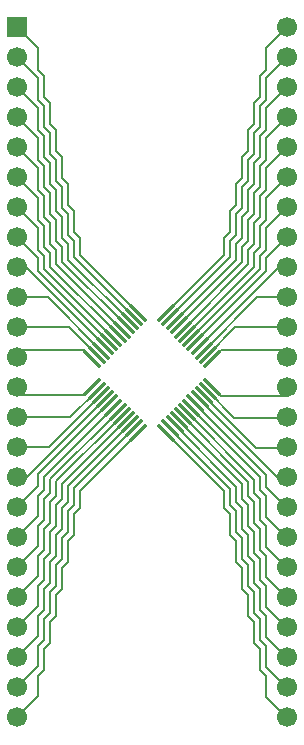
<source format=gtl>
G04 #@! TF.GenerationSoftware,KiCad,Pcbnew,9.0.6*
G04 #@! TF.CreationDate,2026-01-08T14:50:14-06:00*
G04 #@! TF.ProjectId,QFP-48_7x7_P0.5,5146502d-3438-45f3-9778-375f50302e35,rev?*
G04 #@! TF.SameCoordinates,Original*
G04 #@! TF.FileFunction,Copper,L1,Top*
G04 #@! TF.FilePolarity,Positive*
%FSLAX46Y46*%
G04 Gerber Fmt 4.6, Leading zero omitted, Abs format (unit mm)*
G04 Created by KiCad (PCBNEW 9.0.6) date 2026-01-08 14:50:14*
%MOMM*%
%LPD*%
G01*
G04 APERTURE LIST*
G04 Aperture macros list*
%AMRoundRect*
0 Rectangle with rounded corners*
0 $1 Rounding radius*
0 $2 $3 $4 $5 $6 $7 $8 $9 X,Y pos of 4 corners*
0 Add a 4 corners polygon primitive as box body*
4,1,4,$2,$3,$4,$5,$6,$7,$8,$9,$2,$3,0*
0 Add four circle primitives for the rounded corners*
1,1,$1+$1,$2,$3*
1,1,$1+$1,$4,$5*
1,1,$1+$1,$6,$7*
1,1,$1+$1,$8,$9*
0 Add four rect primitives between the rounded corners*
20,1,$1+$1,$2,$3,$4,$5,0*
20,1,$1+$1,$4,$5,$6,$7,0*
20,1,$1+$1,$6,$7,$8,$9,0*
20,1,$1+$1,$8,$9,$2,$3,0*%
G04 Aperture macros list end*
G04 #@! TA.AperFunction,ComponentPad*
%ADD10R,1.700000X1.700000*%
G04 #@! TD*
G04 #@! TA.AperFunction,ComponentPad*
%ADD11C,1.700000*%
G04 #@! TD*
G04 #@! TA.AperFunction,SMDPad,CuDef*
%ADD12RoundRect,0.075000X-0.707107X-0.601041X-0.601041X-0.707107X0.707107X0.601041X0.601041X0.707107X0*%
G04 #@! TD*
G04 #@! TA.AperFunction,SMDPad,CuDef*
%ADD13RoundRect,0.075000X-0.707107X0.601041X0.601041X-0.707107X0.707107X-0.601041X-0.601041X0.707107X0*%
G04 #@! TD*
G04 #@! TA.AperFunction,Conductor*
%ADD14C,0.200000*%
G04 #@! TD*
G04 APERTURE END LIST*
D10*
X127000000Y-91392144D03*
D11*
X127000000Y-93932144D03*
X127000000Y-96472144D03*
X127000000Y-99012144D03*
X127000000Y-101552144D03*
X127000000Y-104092144D03*
X127000000Y-106632144D03*
X127000000Y-109172144D03*
X127000000Y-111712144D03*
X127000000Y-114252144D03*
X127000000Y-116792144D03*
X127000000Y-119332144D03*
X127000000Y-121872144D03*
X127000000Y-124412144D03*
X127000000Y-126952144D03*
X127000000Y-129492144D03*
X127000000Y-132032144D03*
X127000000Y-134572144D03*
X127000000Y-137112144D03*
X127000000Y-139652144D03*
X127000000Y-142192144D03*
X127000000Y-144732144D03*
X127000000Y-147272144D03*
X127000000Y-149812144D03*
X149860000Y-91392144D03*
X149860000Y-93932144D03*
X149860000Y-96472144D03*
X149860000Y-99012144D03*
X149860000Y-101552144D03*
X149860000Y-104092144D03*
X149860000Y-106632144D03*
X149860000Y-109172144D03*
X149860000Y-111712144D03*
X149860000Y-114252144D03*
X149860000Y-116792144D03*
X149860000Y-119332144D03*
X149860000Y-121872144D03*
X149860000Y-124412144D03*
X149860000Y-126952144D03*
X149860000Y-129492144D03*
X149860000Y-132032144D03*
X149860000Y-134572144D03*
X149860000Y-137112144D03*
X149860000Y-139652144D03*
X149860000Y-142192144D03*
X149860000Y-144732144D03*
X149860000Y-147272144D03*
X149860000Y-149812144D03*
D12*
X135133115Y-123593332D03*
X134779561Y-123239779D03*
X136193774Y-124653991D03*
X134426009Y-122886226D03*
X135486668Y-123946885D03*
X136547328Y-125007546D03*
X133365348Y-121825565D03*
X133718901Y-122179118D03*
X134072454Y-122532672D03*
X136900882Y-125361099D03*
X135840221Y-124300439D03*
X137254435Y-125714652D03*
X142080439Y-118060221D03*
X139605565Y-115585348D03*
X143141099Y-119120882D03*
X141373332Y-117353115D03*
X143494652Y-119474435D03*
X142787546Y-118767328D03*
X142433991Y-118413774D03*
X141019779Y-116999561D03*
X141726885Y-117706668D03*
X140666226Y-116646009D03*
X140312672Y-116292454D03*
X139959118Y-115938901D03*
D13*
X137254435Y-115585348D03*
X136900882Y-115938901D03*
X136547328Y-116292454D03*
X136193774Y-116646009D03*
X135840221Y-116999561D03*
X135486668Y-117353115D03*
X135133115Y-117706668D03*
X134779561Y-118060221D03*
X134426009Y-118413774D03*
X134072454Y-118767328D03*
X133718901Y-119120882D03*
X133365348Y-119474435D03*
X139605565Y-125714652D03*
X139959118Y-125361099D03*
X140312672Y-125007546D03*
X140666226Y-124653991D03*
X141019779Y-124300439D03*
X141373332Y-123946885D03*
X141726885Y-123593332D03*
X142080439Y-123239779D03*
X142433991Y-122886226D03*
X142787546Y-122532672D03*
X143141099Y-122179118D03*
X143494652Y-121825565D03*
D14*
X147066000Y-141779856D02*
X147066000Y-143557856D01*
X146050000Y-137207856D02*
X146050000Y-138985856D01*
X147066000Y-143557856D02*
X147574000Y-144065856D01*
X145542000Y-136699856D02*
X146050000Y-137207856D01*
X148082000Y-148082000D02*
X149860000Y-149860000D01*
X146050000Y-138985856D02*
X146558000Y-139493856D01*
X148082000Y-146351856D02*
X148082000Y-148082000D01*
X147574000Y-144065856D02*
X147574000Y-145843856D01*
X146558000Y-139493856D02*
X146558000Y-141271856D01*
X145542000Y-134921856D02*
X145542000Y-136699856D01*
X147574000Y-145843856D02*
X148082000Y-146351856D01*
X146558000Y-141271856D02*
X147066000Y-141779856D01*
X145034000Y-134413856D02*
X145542000Y-134921856D01*
X147066000Y-135937856D02*
X147574000Y-136445856D01*
X147574000Y-140763856D02*
X148082000Y-141271856D01*
X146050000Y-133905856D02*
X146558000Y-134413856D01*
X148082000Y-138731856D02*
X148082000Y-140462000D01*
X147574000Y-138223856D02*
X148082000Y-138731856D01*
X147066000Y-134159856D02*
X147066000Y-135937856D01*
X146558000Y-133651856D02*
X147066000Y-134159856D01*
X146050000Y-131365856D02*
X146558000Y-131873856D01*
X148082000Y-143811856D02*
X148082000Y-145542000D01*
X145542000Y-132381856D02*
X145542000Y-134159856D01*
X148082000Y-143002000D02*
X149860000Y-144780000D01*
X147574000Y-138985856D02*
X147574000Y-140763856D01*
X140312672Y-125055402D02*
X145542000Y-130284730D01*
X146050000Y-130085621D02*
X146050000Y-131365856D01*
X139605565Y-125762508D02*
X144526000Y-130682943D01*
X148082000Y-141271856D02*
X148082000Y-143002000D01*
X147066000Y-138477856D02*
X147574000Y-138985856D01*
X146558000Y-136191856D02*
X147066000Y-136699856D01*
X145542000Y-130284730D02*
X145542000Y-131619856D01*
X148082000Y-140462000D02*
X149860000Y-142240000D01*
X146558000Y-131873856D02*
X146558000Y-133651856D01*
X140666226Y-124701847D02*
X146050000Y-130085621D01*
X146558000Y-136953856D02*
X146558000Y-138731856D01*
X147066000Y-136699856D02*
X147066000Y-138477856D01*
X146558000Y-134413856D02*
X146558000Y-136191856D01*
X145034000Y-131873856D02*
X145542000Y-132381856D01*
X145542000Y-131619856D02*
X146050000Y-132127856D01*
X147574000Y-136445856D02*
X147574000Y-138223856D01*
X145034000Y-130483837D02*
X145034000Y-131873856D01*
X145034000Y-132635856D02*
X145034000Y-134413856D01*
X146050000Y-134667856D02*
X146050000Y-136445856D01*
X144526000Y-132127856D02*
X145034000Y-132635856D01*
X146050000Y-136445856D02*
X146558000Y-136953856D01*
X146050000Y-132127856D02*
X146050000Y-133905856D01*
X144526000Y-130682943D02*
X144526000Y-132127856D01*
X148082000Y-145542000D02*
X149860000Y-147320000D01*
X147574000Y-143303856D02*
X148082000Y-143811856D01*
X147574000Y-141525856D02*
X147574000Y-143303856D01*
X147066000Y-141017856D02*
X147574000Y-141525856D01*
X147066000Y-139239856D02*
X147066000Y-141017856D01*
X146558000Y-138731856D02*
X147066000Y-139239856D01*
X145542000Y-134159856D02*
X146050000Y-134667856D01*
X139959118Y-125408955D02*
X145034000Y-130483837D01*
X147574000Y-133905856D02*
X147574000Y-135683856D01*
X146558000Y-131111856D02*
X147066000Y-131619856D01*
X147066000Y-130857856D02*
X147574000Y-131365856D01*
X141373332Y-123994741D02*
X147066000Y-129687409D01*
X148082000Y-131111856D02*
X148082000Y-132842000D01*
X147574000Y-129488303D02*
X147574000Y-130603856D01*
X143141099Y-122226974D02*
X145374125Y-124460000D01*
X142433991Y-122934082D02*
X149039909Y-129540000D01*
X141726885Y-123641188D02*
X147574000Y-129488303D01*
X146558000Y-129886516D02*
X146558000Y-131111856D01*
X148082000Y-130302000D02*
X149860000Y-132080000D01*
X148082000Y-137922000D02*
X149860000Y-139700000D01*
X141019779Y-124348295D02*
X146558000Y-129886516D01*
X148082000Y-132842000D02*
X149860000Y-134620000D01*
X148844000Y-122602856D02*
X149177144Y-122602856D01*
X148082000Y-129289196D02*
X148082000Y-130302000D01*
X143494652Y-121873421D02*
X144224087Y-122602856D01*
X144224087Y-122602856D02*
X148844000Y-122602856D01*
X142080439Y-123287635D02*
X148082000Y-129289196D01*
X145374125Y-124460000D02*
X149860000Y-124460000D01*
X147574000Y-131365856D02*
X147574000Y-133143856D01*
X147066000Y-131619856D02*
X147066000Y-133397856D01*
X147066000Y-133397856D02*
X147574000Y-133905856D01*
X147066000Y-129687409D02*
X147066000Y-130857856D01*
X142787546Y-122580528D02*
X147207018Y-127000000D01*
X148082000Y-135382000D02*
X149860000Y-137160000D01*
X147574000Y-133143856D02*
X148082000Y-133651856D01*
X147574000Y-130603856D02*
X148082000Y-131111856D01*
X149039909Y-129540000D02*
X149860000Y-129540000D01*
X149904744Y-122602856D02*
X149951065Y-122556535D01*
X148844000Y-122602856D02*
X149904744Y-122602856D01*
X147207018Y-127000000D02*
X149860000Y-127000000D01*
X148082000Y-136191856D02*
X148082000Y-137922000D01*
X147574000Y-135683856D02*
X148082000Y-136191856D01*
X148082000Y-133651856D02*
X148082000Y-135382000D01*
X128778000Y-148034144D02*
X127000000Y-149812144D01*
X128778000Y-146304000D02*
X128778000Y-148034144D01*
X129286000Y-145796000D02*
X128778000Y-146304000D01*
X129286000Y-144018000D02*
X129286000Y-145796000D01*
X129794000Y-143510000D02*
X129286000Y-144018000D01*
X129794000Y-141732000D02*
X129794000Y-143510000D01*
X130302000Y-141224000D02*
X129794000Y-141732000D01*
X130302000Y-139446000D02*
X130302000Y-141224000D01*
X130810000Y-138938000D02*
X130302000Y-139446000D01*
X131318000Y-136652000D02*
X130810000Y-137160000D01*
X131318000Y-134874000D02*
X131318000Y-136652000D01*
X130810000Y-137160000D02*
X130810000Y-138938000D01*
X131826000Y-134366000D02*
X131318000Y-134874000D01*
X131826000Y-132588000D02*
X131826000Y-134366000D01*
X132334000Y-132080000D02*
X131826000Y-132588000D01*
X132334000Y-130635087D02*
X132334000Y-132080000D01*
X137254435Y-125714652D02*
X132334000Y-130635087D01*
X128778000Y-145494144D02*
X127000000Y-147272144D01*
X129286000Y-143256000D02*
X128778000Y-143764000D01*
X129286000Y-141478000D02*
X129286000Y-143256000D01*
X129794000Y-140970000D02*
X129286000Y-141478000D01*
X129794000Y-139192000D02*
X129794000Y-140970000D01*
X130302000Y-138684000D02*
X129794000Y-139192000D01*
X128778000Y-143764000D02*
X128778000Y-145494144D01*
X130302000Y-136906000D02*
X130302000Y-138684000D01*
X130810000Y-136398000D02*
X130302000Y-136906000D01*
X130810000Y-134620000D02*
X130810000Y-136398000D01*
X131318000Y-134112000D02*
X130810000Y-134620000D01*
X131318000Y-132334000D02*
X131318000Y-134112000D01*
X131826000Y-131826000D02*
X131318000Y-132334000D01*
X131826000Y-130435981D02*
X131826000Y-131826000D01*
X136900882Y-125361099D02*
X131826000Y-130435981D01*
X128778000Y-142954144D02*
X127000000Y-144732144D01*
X128778000Y-141224000D02*
X128778000Y-142954144D01*
X129286000Y-140716000D02*
X128778000Y-141224000D01*
X129286000Y-138938000D02*
X129286000Y-140716000D01*
X129794000Y-138430000D02*
X129286000Y-138938000D01*
X129794000Y-136652000D02*
X129794000Y-138430000D01*
X130302000Y-136144000D02*
X129794000Y-136652000D01*
X130302000Y-134366000D02*
X130302000Y-136144000D01*
X130810000Y-132080000D02*
X130810000Y-133858000D01*
X131318000Y-131572000D02*
X130810000Y-132080000D01*
X131318000Y-130236874D02*
X131318000Y-131572000D01*
X130810000Y-133858000D02*
X130302000Y-134366000D01*
X136547328Y-125007546D02*
X131318000Y-130236874D01*
X128778000Y-140414144D02*
X127000000Y-142192144D01*
X128778000Y-138684000D02*
X128778000Y-140414144D01*
X129286000Y-138176000D02*
X128778000Y-138684000D01*
X129286000Y-136398000D02*
X129286000Y-138176000D01*
X129794000Y-135890000D02*
X129286000Y-136398000D01*
X129794000Y-134112000D02*
X129794000Y-135890000D01*
X130302000Y-133604000D02*
X129794000Y-134112000D01*
X130302000Y-131826000D02*
X130302000Y-133604000D01*
X130810000Y-131318000D02*
X130302000Y-131826000D01*
X130810000Y-130037765D02*
X130810000Y-131318000D01*
X136193774Y-124653991D02*
X130810000Y-130037765D01*
X128778000Y-137874144D02*
X127000000Y-139652144D01*
X128778000Y-136144000D02*
X128778000Y-137874144D01*
X129286000Y-135636000D02*
X128778000Y-136144000D01*
X129286000Y-133858000D02*
X129286000Y-135636000D01*
X129794000Y-133350000D02*
X129286000Y-133858000D01*
X129794000Y-131572000D02*
X129794000Y-133350000D01*
X130302000Y-131064000D02*
X129794000Y-131572000D01*
X130302000Y-129838660D02*
X130302000Y-131064000D01*
X135840221Y-124300439D02*
X130302000Y-129838660D01*
X128778000Y-135334144D02*
X127000000Y-137112144D01*
X129286000Y-131318000D02*
X129286000Y-133096000D01*
X129286000Y-133096000D02*
X128778000Y-133604000D01*
X129794000Y-130810000D02*
X129286000Y-131318000D01*
X128778000Y-133604000D02*
X128778000Y-135334144D01*
X129794000Y-129639553D02*
X129794000Y-130810000D01*
X135486668Y-123946885D02*
X129794000Y-129639553D01*
X128778000Y-131064000D02*
X128778000Y-132794144D01*
X129286000Y-130556000D02*
X128778000Y-131064000D01*
X129286000Y-129440447D02*
X129286000Y-130556000D01*
X128778000Y-132794144D02*
X127000000Y-134572144D01*
X135133115Y-123593332D02*
X129286000Y-129440447D01*
X128778000Y-129241340D02*
X128778000Y-130254144D01*
X134779561Y-123239779D02*
X128778000Y-129241340D01*
X128778000Y-130254144D02*
X127000000Y-132032144D01*
X127820091Y-129492144D02*
X127000000Y-129492144D01*
X134426009Y-122886226D02*
X127820091Y-129492144D01*
X129652982Y-126952144D02*
X127000000Y-126952144D01*
X134072454Y-122532672D02*
X129652982Y-126952144D01*
X131485875Y-124412144D02*
X127000000Y-124412144D01*
X133718901Y-122179118D02*
X131485875Y-124412144D01*
X126955256Y-122555000D02*
X126908935Y-122508679D01*
X128016000Y-122555000D02*
X126955256Y-122555000D01*
X132635913Y-122555000D02*
X128016000Y-122555000D01*
X128016000Y-122555000D02*
X127682856Y-122555000D01*
X133365348Y-121825565D02*
X132635913Y-122555000D01*
X147066000Y-99568000D02*
X147065999Y-97790000D01*
X146558000Y-100076000D02*
X147066000Y-99568000D01*
X146558000Y-101854000D02*
X146558000Y-100076000D01*
X148081999Y-94996000D02*
X148081999Y-93170144D01*
X148081999Y-93170144D02*
X149860000Y-91392144D01*
X146050000Y-104140000D02*
X146050000Y-102362000D01*
X145542000Y-104648000D02*
X146050000Y-104140000D01*
X147065999Y-97790000D02*
X147574000Y-97282000D01*
X146050000Y-102362000D02*
X146558000Y-101854000D01*
X147574000Y-97282000D02*
X147574000Y-95503999D01*
X147574000Y-95503999D02*
X148081999Y-94996000D01*
X139605565Y-115585348D02*
X144526000Y-110664913D01*
X146050000Y-106680000D02*
X146050000Y-104901999D01*
X145542000Y-108966000D02*
X145542000Y-107188000D01*
X146050000Y-104901999D02*
X146558000Y-104394000D01*
X147574001Y-98044000D02*
X148082000Y-97536000D01*
X147065999Y-102108000D02*
X147066000Y-100330000D01*
X148082000Y-100076000D02*
X148082000Y-98250144D01*
X145542000Y-107188000D02*
X146050000Y-106680000D01*
X146558000Y-104394000D02*
X146558000Y-102616000D01*
X145034000Y-110864019D02*
X145034000Y-109474000D01*
X148082000Y-95710144D02*
X149860000Y-93932144D01*
X139959118Y-115938901D02*
X145034000Y-110864019D01*
X148082000Y-97536000D02*
X148082000Y-95710144D01*
X147066000Y-100330000D02*
X147574001Y-99822000D01*
X147574001Y-99822000D02*
X147574001Y-98044000D01*
X148082000Y-98250144D02*
X149860000Y-96472144D01*
X147574000Y-100584000D02*
X148082000Y-100076000D01*
X145034000Y-106934000D02*
X145542000Y-106426000D01*
X146558000Y-102616000D02*
X147065999Y-102108000D01*
X145034000Y-109474000D02*
X145542000Y-108966000D01*
X146050000Y-107442001D02*
X146558001Y-106934000D01*
X141726885Y-117706668D02*
X147574000Y-111859553D01*
X145542000Y-109728000D02*
X146049999Y-109220000D01*
X149272856Y-118745000D02*
X149860000Y-119332144D01*
X148082000Y-103330143D02*
X149860000Y-101552144D01*
X142080439Y-118060221D02*
X148082000Y-112058660D01*
X148082000Y-100790144D02*
X149860000Y-99012144D01*
X147066000Y-105410000D02*
X147574000Y-104902000D01*
X148082000Y-102616000D02*
X148082000Y-100790144D01*
X148082000Y-110236000D02*
X148082000Y-108410144D01*
X140666226Y-116646009D02*
X146050000Y-111262235D01*
X148082000Y-107696000D02*
X148081999Y-105870144D01*
X149135621Y-111712144D02*
X149860000Y-111712144D01*
X146558000Y-110236000D02*
X147066000Y-109728000D01*
X147065999Y-110490000D02*
X147574000Y-109982000D01*
X147302730Y-114252144D02*
X149860000Y-114252144D01*
X148082000Y-108410144D02*
X149860000Y-106632144D01*
X147066000Y-109728000D02*
X147066000Y-107949999D01*
X147066000Y-104648000D02*
X147066000Y-102870000D01*
X147574000Y-103124000D02*
X148082000Y-102616000D01*
X148081999Y-105156000D02*
X148082000Y-103330143D01*
X147574000Y-105664000D02*
X148081999Y-105156000D01*
X146558000Y-111461340D02*
X146558000Y-110236000D01*
X148082000Y-112058660D02*
X148082000Y-110950144D01*
X142433991Y-118413774D02*
X149135621Y-111712144D01*
X149987000Y-119126000D02*
X149860000Y-119126000D01*
X147574000Y-110744000D02*
X148082000Y-110236000D01*
X146558001Y-105156000D02*
X147066000Y-104648000D01*
X147574000Y-107442000D02*
X147574000Y-105664000D01*
X145542000Y-111063126D02*
X145542000Y-109728000D01*
X147065999Y-111660447D02*
X147065999Y-110490000D01*
X147574000Y-104902000D02*
X147574000Y-103124000D01*
X141373332Y-117353115D02*
X147065999Y-111660447D01*
X142787546Y-118767328D02*
X147302730Y-114252144D01*
X143141099Y-119120882D02*
X145469837Y-116792144D01*
X141019779Y-116999561D02*
X146558000Y-111461340D01*
X148082000Y-110950144D02*
X149860000Y-109172144D01*
X148971000Y-118745000D02*
X149606000Y-118745000D01*
X148971000Y-118745000D02*
X149272856Y-118745000D01*
X144224087Y-118745000D02*
X148971000Y-118745000D01*
X146050000Y-111262235D02*
X146050000Y-109982000D01*
X147066000Y-102870000D02*
X147574000Y-102362000D01*
X147574000Y-102362000D02*
X147574000Y-100584000D01*
X146558001Y-106934000D02*
X146558001Y-105156000D01*
X147574000Y-109982000D02*
X147574001Y-108204000D01*
X146558000Y-107696000D02*
X147066000Y-107188000D01*
X146049999Y-109220000D02*
X146050000Y-107442001D01*
X149606000Y-118745000D02*
X149987000Y-119126000D01*
X140312672Y-116292454D02*
X145542000Y-111063126D01*
X147066000Y-107188000D02*
X147066000Y-105410000D01*
X146558001Y-109474000D02*
X146558000Y-107696000D01*
X148081999Y-105870144D02*
X149860000Y-104092144D01*
X145469837Y-116792144D02*
X149860000Y-116792144D01*
X143494652Y-119474435D02*
X144224087Y-118745000D01*
X147066000Y-107949999D02*
X147574000Y-107442000D01*
X147574001Y-108204000D02*
X148082000Y-107696000D01*
X147574000Y-111859553D02*
X147574000Y-110744000D01*
X146050000Y-109982000D02*
X146558001Y-109474000D01*
X145034000Y-108712000D02*
X145034000Y-106934000D01*
X144526000Y-109220000D02*
X145034000Y-108712000D01*
X144526000Y-110664913D02*
X144526000Y-109220000D01*
X145542000Y-106426000D02*
X145542000Y-104648000D01*
X128778000Y-93170144D02*
X127000000Y-91392144D01*
X128778000Y-94996000D02*
X128778000Y-93170144D01*
X129286000Y-95504000D02*
X128778000Y-94996000D01*
X129286000Y-97282000D02*
X129286000Y-95504000D01*
X129794000Y-97790000D02*
X129286000Y-97282000D01*
X129794000Y-99568000D02*
X129794000Y-97790000D01*
X130302000Y-100076000D02*
X129794000Y-99568000D01*
X130302000Y-101854000D02*
X130302000Y-100076000D01*
X130810000Y-102362000D02*
X130302000Y-101854000D01*
X130810000Y-104140000D02*
X130810000Y-102362000D01*
X131318000Y-104648000D02*
X130810000Y-104140000D01*
X131318000Y-106426000D02*
X131318000Y-104648000D01*
X131826000Y-108712000D02*
X131826000Y-106934000D01*
X132334000Y-109220000D02*
X131826000Y-108712000D01*
X132334000Y-110664913D02*
X132334000Y-109220000D01*
X131826000Y-106934000D02*
X131318000Y-106426000D01*
X137254435Y-115585348D02*
X132334000Y-110664913D01*
X128778000Y-95710144D02*
X127000000Y-93932144D01*
X128778000Y-97536000D02*
X128778000Y-95710144D01*
X129286000Y-98044000D02*
X128778000Y-97536000D01*
X129794000Y-100330000D02*
X129286000Y-99822000D01*
X129286000Y-99822000D02*
X129286000Y-98044000D01*
X129794000Y-102108000D02*
X129794000Y-100330000D01*
X130302000Y-102616000D02*
X129794000Y-102108000D01*
X130302000Y-104394000D02*
X130302000Y-102616000D01*
X130810000Y-104902000D02*
X130302000Y-104394000D01*
X130810000Y-106680000D02*
X130810000Y-104902000D01*
X131318000Y-107188000D02*
X130810000Y-106680000D01*
X131318000Y-108966000D02*
X131318000Y-107188000D01*
X131826000Y-109474000D02*
X131318000Y-108966000D01*
X131826000Y-110864019D02*
X131826000Y-109474000D01*
X136900882Y-115938901D02*
X131826000Y-110864019D01*
X128778000Y-98250144D02*
X127000000Y-96472144D01*
X128778000Y-100076000D02*
X128778000Y-98250144D01*
X129286000Y-100584000D02*
X128778000Y-100076000D01*
X129286000Y-102362000D02*
X129286000Y-100584000D01*
X129794000Y-102870000D02*
X129286000Y-102362000D01*
X129794000Y-104648000D02*
X129794000Y-102870000D01*
X130302000Y-105156000D02*
X129794000Y-104648000D01*
X130302000Y-106934000D02*
X130302000Y-105156000D01*
X130810000Y-107442000D02*
X130302000Y-106934000D01*
X130810000Y-109220000D02*
X130810000Y-107442000D01*
X131318000Y-109728000D02*
X130810000Y-109220000D01*
X131318000Y-111063126D02*
X131318000Y-109728000D01*
X136547328Y-116292454D02*
X131318000Y-111063126D01*
X128778000Y-100790144D02*
X127000000Y-99012144D01*
X129286000Y-103124000D02*
X128778000Y-102616000D01*
X129286000Y-104902000D02*
X129286000Y-103124000D01*
X129794000Y-105410000D02*
X129286000Y-104902000D01*
X129794000Y-107188000D02*
X129794000Y-105410000D01*
X130302000Y-107696000D02*
X129794000Y-107188000D01*
X128778000Y-102616000D02*
X128778000Y-100790144D01*
X130302000Y-109474000D02*
X130302000Y-107696000D01*
X130810000Y-109982000D02*
X130302000Y-109474000D01*
X130810000Y-111262235D02*
X130810000Y-109982000D01*
X136193774Y-116646009D02*
X130810000Y-111262235D01*
X128778000Y-103330144D02*
X127000000Y-101552144D01*
X128778000Y-105156000D02*
X128778000Y-103330144D01*
X129286000Y-107442000D02*
X129286000Y-105664000D01*
X129794000Y-107950000D02*
X129286000Y-107442000D01*
X129286000Y-105664000D02*
X128778000Y-105156000D01*
X129794000Y-109728000D02*
X129794000Y-107950000D01*
X130302000Y-110236000D02*
X129794000Y-109728000D01*
X130302000Y-111461340D02*
X130302000Y-110236000D01*
X135840221Y-116999561D02*
X130302000Y-111461340D01*
X128778000Y-107696000D02*
X128778000Y-105870144D01*
X129794000Y-110490000D02*
X129286000Y-109982000D01*
X129286000Y-109982000D02*
X129286000Y-108204000D01*
X129286000Y-108204000D02*
X128778000Y-107696000D01*
X129794000Y-111660447D02*
X129794000Y-110490000D01*
X128778000Y-105870144D02*
X127000000Y-104092144D01*
X135486668Y-117353115D02*
X129794000Y-111660447D01*
X129286000Y-110744000D02*
X128778000Y-110236000D01*
X128778000Y-108410144D02*
X127000000Y-106632144D01*
X135133115Y-117706668D02*
X129286000Y-111859553D01*
X129286000Y-111859553D02*
X129286000Y-110744000D01*
X128778000Y-110236000D02*
X128778000Y-108410144D01*
X128778000Y-110950144D02*
X127000000Y-109172144D01*
X134779561Y-118060221D02*
X128778000Y-112058660D01*
X128778000Y-112058660D02*
X128778000Y-110950144D01*
X127724379Y-111712144D02*
X127000000Y-111712144D01*
X134426009Y-118413774D02*
X127724379Y-111712144D01*
X129557270Y-114252144D02*
X127000000Y-114252144D01*
X134072454Y-118767328D02*
X129557270Y-114252144D01*
X131390163Y-116792144D02*
X127000000Y-116792144D01*
X133718901Y-119120882D02*
X131390163Y-116792144D01*
X126873000Y-119126000D02*
X127000000Y-119126000D01*
X127889000Y-118745000D02*
X127254000Y-118745000D01*
X127254000Y-118745000D02*
X126873000Y-119126000D01*
X127889000Y-118745000D02*
X127587144Y-118745000D01*
X132635913Y-118745000D02*
X127889000Y-118745000D01*
X127587144Y-118745000D02*
X127000000Y-119332144D01*
X133365348Y-119474435D02*
X132635913Y-118745000D01*
M02*

</source>
